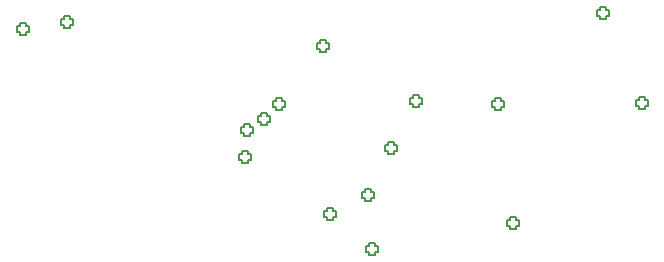
<source format=gbr>
%TF.GenerationSoftware,Altium Limited,Altium Designer,24.6.1 (21)*%
G04 Layer_Color=2752767*
%FSLAX45Y45*%
%MOMM*%
%TF.SameCoordinates,D6E34864-ACFE-43FA-A01B-F9739AC3D18D*%
%TF.FilePolarity,Positive*%
%TF.FileFunction,Drawing*%
%TF.Part,Single*%
G01*
G75*
%TA.AperFunction,NonConductor*%
%ADD54C,0.12700*%
D54*
X-1739225Y4739348D02*
Y4713948D01*
X-1688425D01*
Y4739348D01*
X-1663025D01*
Y4790148D01*
X-1688425D01*
Y4815548D01*
X-1739225D01*
Y4790148D01*
X-1764625D01*
Y4739348D01*
X-1739225D01*
X-1881500Y4643457D02*
Y4618057D01*
X-1830700D01*
Y4643457D01*
X-1805300D01*
Y4694257D01*
X-1830700D01*
Y4719657D01*
X-1881500D01*
Y4694257D01*
X-1906900D01*
Y4643457D01*
X-1881500D01*
X-457200Y4889500D02*
Y4864100D01*
X-406400D01*
Y4889500D01*
X-381000D01*
Y4940300D01*
X-406400D01*
Y4965700D01*
X-457200D01*
Y4940300D01*
X-482600D01*
Y4889500D01*
X-457200D01*
X-828190Y3639367D02*
Y3613967D01*
X-777390D01*
Y3639367D01*
X-751990D01*
Y3690167D01*
X-777390D01*
Y3715567D01*
X-828190D01*
Y3690167D01*
X-853590D01*
Y3639367D01*
X-828190D01*
X368300Y3860800D02*
Y3835400D01*
X419100D01*
Y3860800D01*
X444500D01*
Y3911600D01*
X419100D01*
Y3937000D01*
X368300D01*
Y3911600D01*
X342900D01*
Y3860800D01*
X368300D01*
X-864049Y4097121D02*
Y4071721D01*
X-813249D01*
Y4097121D01*
X-787849D01*
Y4147921D01*
X-813249D01*
Y4173321D01*
X-864049D01*
Y4147921D01*
X-889449D01*
Y4097121D01*
X-864049D01*
X-1181100Y3934050D02*
Y3908650D01*
X-1130300D01*
Y3934050D01*
X-1104900D01*
Y3984850D01*
X-1130300D01*
Y4010250D01*
X-1181100D01*
Y3984850D01*
X-1206500D01*
Y3934050D01*
X-1181100D01*
X1129510Y5638010D02*
Y5612610D01*
X1180310D01*
Y5638010D01*
X1205710D01*
Y5688810D01*
X1180310D01*
Y5714210D01*
X1129510D01*
Y5688810D01*
X1104110D01*
Y5638010D01*
X1129510D01*
X-1241714Y5358610D02*
Y5333210D01*
X-1190914D01*
Y5358610D01*
X-1165514D01*
Y5409410D01*
X-1190914D01*
Y5434810D01*
X-1241714D01*
Y5409410D01*
X-1267114D01*
Y5358610D01*
X-1241714D01*
X-3404390Y5561810D02*
Y5536410D01*
X-3353590D01*
Y5561810D01*
X-3328190D01*
Y5612610D01*
X-3353590D01*
Y5638010D01*
X-3404390D01*
Y5612610D01*
X-3429790D01*
Y5561810D01*
X-3404390D01*
X240510Y4863310D02*
Y4837910D01*
X291310D01*
Y4863310D01*
X316710D01*
Y4914110D01*
X291310D01*
Y4939510D01*
X240510D01*
Y4914110D01*
X215110D01*
Y4863310D01*
X240510D01*
X-664140Y4497961D02*
Y4472561D01*
X-613340D01*
Y4497961D01*
X-587940D01*
Y4548761D01*
X-613340D01*
Y4574161D01*
X-664140D01*
Y4548761D01*
X-689540D01*
Y4497961D01*
X-664140D01*
X-1905000Y4419600D02*
Y4394200D01*
X-1854200D01*
Y4419600D01*
X-1828800D01*
Y4470400D01*
X-1854200D01*
Y4495800D01*
X-1905000D01*
Y4470400D01*
X-1930400D01*
Y4419600D01*
X-1905000D01*
X-1613690Y4863310D02*
Y4837910D01*
X-1562890D01*
Y4863310D01*
X-1537490D01*
Y4914110D01*
X-1562890D01*
Y4939510D01*
X-1613690D01*
Y4914110D01*
X-1639090D01*
Y4863310D01*
X-1613690D01*
X1459710Y4876010D02*
Y4850610D01*
X1510510D01*
Y4876010D01*
X1535910D01*
Y4926810D01*
X1510510D01*
Y4952210D01*
X1459710D01*
Y4926810D01*
X1434310D01*
Y4876010D01*
X1459710D01*
X-3784600Y5499100D02*
Y5473700D01*
X-3733800D01*
Y5499100D01*
X-3708400D01*
Y5549900D01*
X-3733800D01*
Y5575300D01*
X-3784600D01*
Y5549900D01*
X-3810000D01*
Y5499100D01*
X-3784600D01*
%TF.MD5,fd0b59455c4cdf9a682a15a2c529b9f9*%
M02*

</source>
